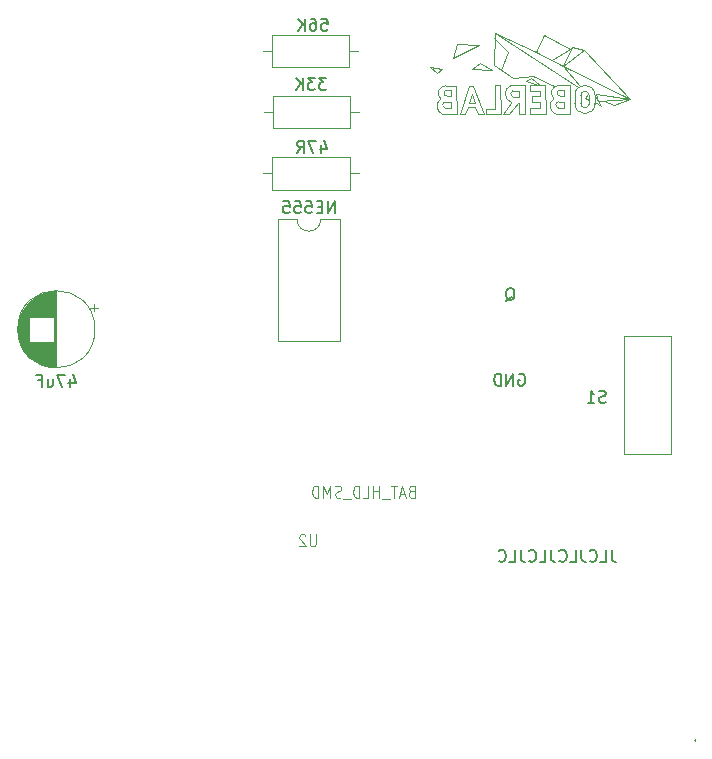
<source format=gbr>
%TF.GenerationSoftware,KiCad,Pcbnew,7.0.8*%
%TF.CreationDate,2024-05-08T14:15:31+02:00*%
%TF.ProjectId,PaperBot,50617065-7242-46f7-942e-6b696361645f,rev?*%
%TF.SameCoordinates,Original*%
%TF.FileFunction,Legend,Bot*%
%TF.FilePolarity,Positive*%
%FSLAX46Y46*%
G04 Gerber Fmt 4.6, Leading zero omitted, Abs format (unit mm)*
G04 Created by KiCad (PCBNEW 7.0.8) date 2024-05-08 14:15:31*
%MOMM*%
%LPD*%
G01*
G04 APERTURE LIST*
%ADD10C,0.150000*%
%ADD11C,0.050000*%
%ADD12C,0.120000*%
%ADD13C,0.010000*%
G04 APERTURE END LIST*
D10*
X152757506Y-90599819D02*
X152757506Y-91314104D01*
X152757506Y-91314104D02*
X152805125Y-91456961D01*
X152805125Y-91456961D02*
X152900363Y-91552200D01*
X152900363Y-91552200D02*
X153043220Y-91599819D01*
X153043220Y-91599819D02*
X153138458Y-91599819D01*
X151805125Y-91599819D02*
X152281315Y-91599819D01*
X152281315Y-91599819D02*
X152281315Y-90599819D01*
X150900363Y-91504580D02*
X150947982Y-91552200D01*
X150947982Y-91552200D02*
X151090839Y-91599819D01*
X151090839Y-91599819D02*
X151186077Y-91599819D01*
X151186077Y-91599819D02*
X151328934Y-91552200D01*
X151328934Y-91552200D02*
X151424172Y-91456961D01*
X151424172Y-91456961D02*
X151471791Y-91361723D01*
X151471791Y-91361723D02*
X151519410Y-91171247D01*
X151519410Y-91171247D02*
X151519410Y-91028390D01*
X151519410Y-91028390D02*
X151471791Y-90837914D01*
X151471791Y-90837914D02*
X151424172Y-90742676D01*
X151424172Y-90742676D02*
X151328934Y-90647438D01*
X151328934Y-90647438D02*
X151186077Y-90599819D01*
X151186077Y-90599819D02*
X151090839Y-90599819D01*
X151090839Y-90599819D02*
X150947982Y-90647438D01*
X150947982Y-90647438D02*
X150900363Y-90695057D01*
X150186077Y-90599819D02*
X150186077Y-91314104D01*
X150186077Y-91314104D02*
X150233696Y-91456961D01*
X150233696Y-91456961D02*
X150328934Y-91552200D01*
X150328934Y-91552200D02*
X150471791Y-91599819D01*
X150471791Y-91599819D02*
X150567029Y-91599819D01*
X149233696Y-91599819D02*
X149709886Y-91599819D01*
X149709886Y-91599819D02*
X149709886Y-90599819D01*
X148328934Y-91504580D02*
X148376553Y-91552200D01*
X148376553Y-91552200D02*
X148519410Y-91599819D01*
X148519410Y-91599819D02*
X148614648Y-91599819D01*
X148614648Y-91599819D02*
X148757505Y-91552200D01*
X148757505Y-91552200D02*
X148852743Y-91456961D01*
X148852743Y-91456961D02*
X148900362Y-91361723D01*
X148900362Y-91361723D02*
X148947981Y-91171247D01*
X148947981Y-91171247D02*
X148947981Y-91028390D01*
X148947981Y-91028390D02*
X148900362Y-90837914D01*
X148900362Y-90837914D02*
X148852743Y-90742676D01*
X148852743Y-90742676D02*
X148757505Y-90647438D01*
X148757505Y-90647438D02*
X148614648Y-90599819D01*
X148614648Y-90599819D02*
X148519410Y-90599819D01*
X148519410Y-90599819D02*
X148376553Y-90647438D01*
X148376553Y-90647438D02*
X148328934Y-90695057D01*
X147614648Y-90599819D02*
X147614648Y-91314104D01*
X147614648Y-91314104D02*
X147662267Y-91456961D01*
X147662267Y-91456961D02*
X147757505Y-91552200D01*
X147757505Y-91552200D02*
X147900362Y-91599819D01*
X147900362Y-91599819D02*
X147995600Y-91599819D01*
X146662267Y-91599819D02*
X147138457Y-91599819D01*
X147138457Y-91599819D02*
X147138457Y-90599819D01*
X145757505Y-91504580D02*
X145805124Y-91552200D01*
X145805124Y-91552200D02*
X145947981Y-91599819D01*
X145947981Y-91599819D02*
X146043219Y-91599819D01*
X146043219Y-91599819D02*
X146186076Y-91552200D01*
X146186076Y-91552200D02*
X146281314Y-91456961D01*
X146281314Y-91456961D02*
X146328933Y-91361723D01*
X146328933Y-91361723D02*
X146376552Y-91171247D01*
X146376552Y-91171247D02*
X146376552Y-91028390D01*
X146376552Y-91028390D02*
X146328933Y-90837914D01*
X146328933Y-90837914D02*
X146281314Y-90742676D01*
X146281314Y-90742676D02*
X146186076Y-90647438D01*
X146186076Y-90647438D02*
X146043219Y-90599819D01*
X146043219Y-90599819D02*
X145947981Y-90599819D01*
X145947981Y-90599819D02*
X145805124Y-90647438D01*
X145805124Y-90647438D02*
X145757505Y-90695057D01*
X145043219Y-90599819D02*
X145043219Y-91314104D01*
X145043219Y-91314104D02*
X145090838Y-91456961D01*
X145090838Y-91456961D02*
X145186076Y-91552200D01*
X145186076Y-91552200D02*
X145328933Y-91599819D01*
X145328933Y-91599819D02*
X145424171Y-91599819D01*
X144090838Y-91599819D02*
X144567028Y-91599819D01*
X144567028Y-91599819D02*
X144567028Y-90599819D01*
X143186076Y-91504580D02*
X143233695Y-91552200D01*
X143233695Y-91552200D02*
X143376552Y-91599819D01*
X143376552Y-91599819D02*
X143471790Y-91599819D01*
X143471790Y-91599819D02*
X143614647Y-91552200D01*
X143614647Y-91552200D02*
X143709885Y-91456961D01*
X143709885Y-91456961D02*
X143757504Y-91361723D01*
X143757504Y-91361723D02*
X143805123Y-91171247D01*
X143805123Y-91171247D02*
X143805123Y-91028390D01*
X143805123Y-91028390D02*
X143757504Y-90837914D01*
X143757504Y-90837914D02*
X143709885Y-90742676D01*
X143709885Y-90742676D02*
X143614647Y-90647438D01*
X143614647Y-90647438D02*
X143471790Y-90599819D01*
X143471790Y-90599819D02*
X143376552Y-90599819D01*
X143376552Y-90599819D02*
X143233695Y-90647438D01*
X143233695Y-90647438D02*
X143186076Y-90695057D01*
X106906666Y-76108152D02*
X106906666Y-76774819D01*
X107144761Y-75727200D02*
X107382856Y-76441485D01*
X107382856Y-76441485D02*
X106763809Y-76441485D01*
X106478094Y-75774819D02*
X105811428Y-75774819D01*
X105811428Y-75774819D02*
X106239999Y-76774819D01*
X105001904Y-76108152D02*
X105001904Y-76774819D01*
X105430475Y-76108152D02*
X105430475Y-76631961D01*
X105430475Y-76631961D02*
X105382856Y-76727200D01*
X105382856Y-76727200D02*
X105287618Y-76774819D01*
X105287618Y-76774819D02*
X105144761Y-76774819D01*
X105144761Y-76774819D02*
X105049523Y-76727200D01*
X105049523Y-76727200D02*
X105001904Y-76679580D01*
X104192380Y-76251009D02*
X104525713Y-76251009D01*
X104525713Y-76774819D02*
X104525713Y-75774819D01*
X104525713Y-75774819D02*
X104049523Y-75774819D01*
X144891904Y-75732438D02*
X144987142Y-75684819D01*
X144987142Y-75684819D02*
X145129999Y-75684819D01*
X145129999Y-75684819D02*
X145272856Y-75732438D01*
X145272856Y-75732438D02*
X145368094Y-75827676D01*
X145368094Y-75827676D02*
X145415713Y-75922914D01*
X145415713Y-75922914D02*
X145463332Y-76113390D01*
X145463332Y-76113390D02*
X145463332Y-76256247D01*
X145463332Y-76256247D02*
X145415713Y-76446723D01*
X145415713Y-76446723D02*
X145368094Y-76541961D01*
X145368094Y-76541961D02*
X145272856Y-76637200D01*
X145272856Y-76637200D02*
X145129999Y-76684819D01*
X145129999Y-76684819D02*
X145034761Y-76684819D01*
X145034761Y-76684819D02*
X144891904Y-76637200D01*
X144891904Y-76637200D02*
X144844285Y-76589580D01*
X144844285Y-76589580D02*
X144844285Y-76256247D01*
X144844285Y-76256247D02*
X145034761Y-76256247D01*
X144415713Y-76684819D02*
X144415713Y-75684819D01*
X144415713Y-75684819D02*
X143844285Y-76684819D01*
X143844285Y-76684819D02*
X143844285Y-75684819D01*
X143368094Y-76684819D02*
X143368094Y-75684819D01*
X143368094Y-75684819D02*
X143129999Y-75684819D01*
X143129999Y-75684819D02*
X142987142Y-75732438D01*
X142987142Y-75732438D02*
X142891904Y-75827676D01*
X142891904Y-75827676D02*
X142844285Y-75922914D01*
X142844285Y-75922914D02*
X142796666Y-76113390D01*
X142796666Y-76113390D02*
X142796666Y-76256247D01*
X142796666Y-76256247D02*
X142844285Y-76446723D01*
X142844285Y-76446723D02*
X142891904Y-76541961D01*
X142891904Y-76541961D02*
X142987142Y-76637200D01*
X142987142Y-76637200D02*
X143129999Y-76684819D01*
X143129999Y-76684819D02*
X143368094Y-76684819D01*
X143799047Y-69530057D02*
X143894285Y-69482438D01*
X143894285Y-69482438D02*
X143989523Y-69387200D01*
X143989523Y-69387200D02*
X144132380Y-69244342D01*
X144132380Y-69244342D02*
X144227618Y-69196723D01*
X144227618Y-69196723D02*
X144322856Y-69196723D01*
X144275237Y-69434819D02*
X144370475Y-69387200D01*
X144370475Y-69387200D02*
X144465713Y-69291961D01*
X144465713Y-69291961D02*
X144513332Y-69101485D01*
X144513332Y-69101485D02*
X144513332Y-68768152D01*
X144513332Y-68768152D02*
X144465713Y-68577676D01*
X144465713Y-68577676D02*
X144370475Y-68482438D01*
X144370475Y-68482438D02*
X144275237Y-68434819D01*
X144275237Y-68434819D02*
X144084761Y-68434819D01*
X144084761Y-68434819D02*
X143989523Y-68482438D01*
X143989523Y-68482438D02*
X143894285Y-68577676D01*
X143894285Y-68577676D02*
X143846666Y-68768152D01*
X143846666Y-68768152D02*
X143846666Y-69101485D01*
X143846666Y-69101485D02*
X143894285Y-69291961D01*
X143894285Y-69291961D02*
X143989523Y-69387200D01*
X143989523Y-69387200D02*
X144084761Y-69434819D01*
X144084761Y-69434819D02*
X144275237Y-69434819D01*
X129296666Y-62064819D02*
X129296666Y-61064819D01*
X129296666Y-61064819D02*
X128725238Y-62064819D01*
X128725238Y-62064819D02*
X128725238Y-61064819D01*
X128249047Y-61541009D02*
X127915714Y-61541009D01*
X127772857Y-62064819D02*
X128249047Y-62064819D01*
X128249047Y-62064819D02*
X128249047Y-61064819D01*
X128249047Y-61064819D02*
X127772857Y-61064819D01*
X126868095Y-61064819D02*
X127344285Y-61064819D01*
X127344285Y-61064819D02*
X127391904Y-61541009D01*
X127391904Y-61541009D02*
X127344285Y-61493390D01*
X127344285Y-61493390D02*
X127249047Y-61445771D01*
X127249047Y-61445771D02*
X127010952Y-61445771D01*
X127010952Y-61445771D02*
X126915714Y-61493390D01*
X126915714Y-61493390D02*
X126868095Y-61541009D01*
X126868095Y-61541009D02*
X126820476Y-61636247D01*
X126820476Y-61636247D02*
X126820476Y-61874342D01*
X126820476Y-61874342D02*
X126868095Y-61969580D01*
X126868095Y-61969580D02*
X126915714Y-62017200D01*
X126915714Y-62017200D02*
X127010952Y-62064819D01*
X127010952Y-62064819D02*
X127249047Y-62064819D01*
X127249047Y-62064819D02*
X127344285Y-62017200D01*
X127344285Y-62017200D02*
X127391904Y-61969580D01*
X125915714Y-61064819D02*
X126391904Y-61064819D01*
X126391904Y-61064819D02*
X126439523Y-61541009D01*
X126439523Y-61541009D02*
X126391904Y-61493390D01*
X126391904Y-61493390D02*
X126296666Y-61445771D01*
X126296666Y-61445771D02*
X126058571Y-61445771D01*
X126058571Y-61445771D02*
X125963333Y-61493390D01*
X125963333Y-61493390D02*
X125915714Y-61541009D01*
X125915714Y-61541009D02*
X125868095Y-61636247D01*
X125868095Y-61636247D02*
X125868095Y-61874342D01*
X125868095Y-61874342D02*
X125915714Y-61969580D01*
X125915714Y-61969580D02*
X125963333Y-62017200D01*
X125963333Y-62017200D02*
X126058571Y-62064819D01*
X126058571Y-62064819D02*
X126296666Y-62064819D01*
X126296666Y-62064819D02*
X126391904Y-62017200D01*
X126391904Y-62017200D02*
X126439523Y-61969580D01*
X124963333Y-61064819D02*
X125439523Y-61064819D01*
X125439523Y-61064819D02*
X125487142Y-61541009D01*
X125487142Y-61541009D02*
X125439523Y-61493390D01*
X125439523Y-61493390D02*
X125344285Y-61445771D01*
X125344285Y-61445771D02*
X125106190Y-61445771D01*
X125106190Y-61445771D02*
X125010952Y-61493390D01*
X125010952Y-61493390D02*
X124963333Y-61541009D01*
X124963333Y-61541009D02*
X124915714Y-61636247D01*
X124915714Y-61636247D02*
X124915714Y-61874342D01*
X124915714Y-61874342D02*
X124963333Y-61969580D01*
X124963333Y-61969580D02*
X125010952Y-62017200D01*
X125010952Y-62017200D02*
X125106190Y-62064819D01*
X125106190Y-62064819D02*
X125344285Y-62064819D01*
X125344285Y-62064819D02*
X125439523Y-62017200D01*
X125439523Y-62017200D02*
X125487142Y-61969580D01*
X152251904Y-78077200D02*
X152109047Y-78124819D01*
X152109047Y-78124819D02*
X151870952Y-78124819D01*
X151870952Y-78124819D02*
X151775714Y-78077200D01*
X151775714Y-78077200D02*
X151728095Y-78029580D01*
X151728095Y-78029580D02*
X151680476Y-77934342D01*
X151680476Y-77934342D02*
X151680476Y-77839104D01*
X151680476Y-77839104D02*
X151728095Y-77743866D01*
X151728095Y-77743866D02*
X151775714Y-77696247D01*
X151775714Y-77696247D02*
X151870952Y-77648628D01*
X151870952Y-77648628D02*
X152061428Y-77601009D01*
X152061428Y-77601009D02*
X152156666Y-77553390D01*
X152156666Y-77553390D02*
X152204285Y-77505771D01*
X152204285Y-77505771D02*
X152251904Y-77410533D01*
X152251904Y-77410533D02*
X152251904Y-77315295D01*
X152251904Y-77315295D02*
X152204285Y-77220057D01*
X152204285Y-77220057D02*
X152156666Y-77172438D01*
X152156666Y-77172438D02*
X152061428Y-77124819D01*
X152061428Y-77124819D02*
X151823333Y-77124819D01*
X151823333Y-77124819D02*
X151680476Y-77172438D01*
X150728095Y-78124819D02*
X151299523Y-78124819D01*
X151013809Y-78124819D02*
X151013809Y-77124819D01*
X151013809Y-77124819D02*
X151109047Y-77267676D01*
X151109047Y-77267676D02*
X151204285Y-77362914D01*
X151204285Y-77362914D02*
X151299523Y-77410533D01*
X128188095Y-45634819D02*
X128664285Y-45634819D01*
X128664285Y-45634819D02*
X128711904Y-46111009D01*
X128711904Y-46111009D02*
X128664285Y-46063390D01*
X128664285Y-46063390D02*
X128569047Y-46015771D01*
X128569047Y-46015771D02*
X128330952Y-46015771D01*
X128330952Y-46015771D02*
X128235714Y-46063390D01*
X128235714Y-46063390D02*
X128188095Y-46111009D01*
X128188095Y-46111009D02*
X128140476Y-46206247D01*
X128140476Y-46206247D02*
X128140476Y-46444342D01*
X128140476Y-46444342D02*
X128188095Y-46539580D01*
X128188095Y-46539580D02*
X128235714Y-46587200D01*
X128235714Y-46587200D02*
X128330952Y-46634819D01*
X128330952Y-46634819D02*
X128569047Y-46634819D01*
X128569047Y-46634819D02*
X128664285Y-46587200D01*
X128664285Y-46587200D02*
X128711904Y-46539580D01*
X127283333Y-45634819D02*
X127473809Y-45634819D01*
X127473809Y-45634819D02*
X127569047Y-45682438D01*
X127569047Y-45682438D02*
X127616666Y-45730057D01*
X127616666Y-45730057D02*
X127711904Y-45872914D01*
X127711904Y-45872914D02*
X127759523Y-46063390D01*
X127759523Y-46063390D02*
X127759523Y-46444342D01*
X127759523Y-46444342D02*
X127711904Y-46539580D01*
X127711904Y-46539580D02*
X127664285Y-46587200D01*
X127664285Y-46587200D02*
X127569047Y-46634819D01*
X127569047Y-46634819D02*
X127378571Y-46634819D01*
X127378571Y-46634819D02*
X127283333Y-46587200D01*
X127283333Y-46587200D02*
X127235714Y-46539580D01*
X127235714Y-46539580D02*
X127188095Y-46444342D01*
X127188095Y-46444342D02*
X127188095Y-46206247D01*
X127188095Y-46206247D02*
X127235714Y-46111009D01*
X127235714Y-46111009D02*
X127283333Y-46063390D01*
X127283333Y-46063390D02*
X127378571Y-46015771D01*
X127378571Y-46015771D02*
X127569047Y-46015771D01*
X127569047Y-46015771D02*
X127664285Y-46063390D01*
X127664285Y-46063390D02*
X127711904Y-46111009D01*
X127711904Y-46111009D02*
X127759523Y-46206247D01*
X126759523Y-46634819D02*
X126759523Y-45634819D01*
X126188095Y-46634819D02*
X126616666Y-46063390D01*
X126188095Y-45634819D02*
X126759523Y-46206247D01*
D11*
X127715714Y-89290019D02*
X127715714Y-90099542D01*
X127715714Y-90099542D02*
X127672857Y-90194780D01*
X127672857Y-90194780D02*
X127630000Y-90242400D01*
X127630000Y-90242400D02*
X127544285Y-90290019D01*
X127544285Y-90290019D02*
X127372857Y-90290019D01*
X127372857Y-90290019D02*
X127287142Y-90242400D01*
X127287142Y-90242400D02*
X127244285Y-90194780D01*
X127244285Y-90194780D02*
X127201428Y-90099542D01*
X127201428Y-90099542D02*
X127201428Y-89290019D01*
X126815714Y-89385257D02*
X126772857Y-89337638D01*
X126772857Y-89337638D02*
X126687143Y-89290019D01*
X126687143Y-89290019D02*
X126472857Y-89290019D01*
X126472857Y-89290019D02*
X126387143Y-89337638D01*
X126387143Y-89337638D02*
X126344285Y-89385257D01*
X126344285Y-89385257D02*
X126301428Y-89480495D01*
X126301428Y-89480495D02*
X126301428Y-89575733D01*
X126301428Y-89575733D02*
X126344285Y-89718590D01*
X126344285Y-89718590D02*
X126858571Y-90290019D01*
X126858571Y-90290019D02*
X126301428Y-90290019D01*
X135808570Y-85646209D02*
X135679998Y-85693828D01*
X135679998Y-85693828D02*
X135637141Y-85741447D01*
X135637141Y-85741447D02*
X135594284Y-85836685D01*
X135594284Y-85836685D02*
X135594284Y-85979542D01*
X135594284Y-85979542D02*
X135637141Y-86074780D01*
X135637141Y-86074780D02*
X135679998Y-86122400D01*
X135679998Y-86122400D02*
X135765713Y-86170019D01*
X135765713Y-86170019D02*
X136108570Y-86170019D01*
X136108570Y-86170019D02*
X136108570Y-85170019D01*
X136108570Y-85170019D02*
X135808570Y-85170019D01*
X135808570Y-85170019D02*
X135722856Y-85217638D01*
X135722856Y-85217638D02*
X135679998Y-85265257D01*
X135679998Y-85265257D02*
X135637141Y-85360495D01*
X135637141Y-85360495D02*
X135637141Y-85455733D01*
X135637141Y-85455733D02*
X135679998Y-85550971D01*
X135679998Y-85550971D02*
X135722856Y-85598590D01*
X135722856Y-85598590D02*
X135808570Y-85646209D01*
X135808570Y-85646209D02*
X136108570Y-85646209D01*
X135251427Y-85884304D02*
X134822856Y-85884304D01*
X135337141Y-86170019D02*
X135037141Y-85170019D01*
X135037141Y-85170019D02*
X134737141Y-86170019D01*
X134565712Y-85170019D02*
X134051427Y-85170019D01*
X134308569Y-86170019D02*
X134308569Y-85170019D01*
X133965713Y-86265257D02*
X133279998Y-86265257D01*
X133065713Y-86170019D02*
X133065713Y-85170019D01*
X133065713Y-85646209D02*
X132551427Y-85646209D01*
X132551427Y-86170019D02*
X132551427Y-85170019D01*
X131694284Y-86170019D02*
X132122856Y-86170019D01*
X132122856Y-86170019D02*
X132122856Y-85170019D01*
X131394285Y-86170019D02*
X131394285Y-85170019D01*
X131394285Y-85170019D02*
X131179999Y-85170019D01*
X131179999Y-85170019D02*
X131051428Y-85217638D01*
X131051428Y-85217638D02*
X130965713Y-85312876D01*
X130965713Y-85312876D02*
X130922856Y-85408114D01*
X130922856Y-85408114D02*
X130879999Y-85598590D01*
X130879999Y-85598590D02*
X130879999Y-85741447D01*
X130879999Y-85741447D02*
X130922856Y-85931923D01*
X130922856Y-85931923D02*
X130965713Y-86027161D01*
X130965713Y-86027161D02*
X131051428Y-86122400D01*
X131051428Y-86122400D02*
X131179999Y-86170019D01*
X131179999Y-86170019D02*
X131394285Y-86170019D01*
X130708571Y-86265257D02*
X130022856Y-86265257D01*
X129851428Y-86122400D02*
X129722857Y-86170019D01*
X129722857Y-86170019D02*
X129508571Y-86170019D01*
X129508571Y-86170019D02*
X129422857Y-86122400D01*
X129422857Y-86122400D02*
X129379999Y-86074780D01*
X129379999Y-86074780D02*
X129337142Y-85979542D01*
X129337142Y-85979542D02*
X129337142Y-85884304D01*
X129337142Y-85884304D02*
X129379999Y-85789066D01*
X129379999Y-85789066D02*
X129422857Y-85741447D01*
X129422857Y-85741447D02*
X129508571Y-85693828D01*
X129508571Y-85693828D02*
X129679999Y-85646209D01*
X129679999Y-85646209D02*
X129765714Y-85598590D01*
X129765714Y-85598590D02*
X129808571Y-85550971D01*
X129808571Y-85550971D02*
X129851428Y-85455733D01*
X129851428Y-85455733D02*
X129851428Y-85360495D01*
X129851428Y-85360495D02*
X129808571Y-85265257D01*
X129808571Y-85265257D02*
X129765714Y-85217638D01*
X129765714Y-85217638D02*
X129679999Y-85170019D01*
X129679999Y-85170019D02*
X129465714Y-85170019D01*
X129465714Y-85170019D02*
X129337142Y-85217638D01*
X128951428Y-86170019D02*
X128951428Y-85170019D01*
X128951428Y-85170019D02*
X128651428Y-85884304D01*
X128651428Y-85884304D02*
X128351428Y-85170019D01*
X128351428Y-85170019D02*
X128351428Y-86170019D01*
X127922857Y-86170019D02*
X127922857Y-85170019D01*
X127922857Y-85170019D02*
X127708571Y-85170019D01*
X127708571Y-85170019D02*
X127580000Y-85217638D01*
X127580000Y-85217638D02*
X127494285Y-85312876D01*
X127494285Y-85312876D02*
X127451428Y-85408114D01*
X127451428Y-85408114D02*
X127408571Y-85598590D01*
X127408571Y-85598590D02*
X127408571Y-85741447D01*
X127408571Y-85741447D02*
X127451428Y-85931923D01*
X127451428Y-85931923D02*
X127494285Y-86027161D01*
X127494285Y-86027161D02*
X127580000Y-86122400D01*
X127580000Y-86122400D02*
X127708571Y-86170019D01*
X127708571Y-86170019D02*
X127922857Y-86170019D01*
D10*
X128609523Y-50644819D02*
X127990476Y-50644819D01*
X127990476Y-50644819D02*
X128323809Y-51025771D01*
X128323809Y-51025771D02*
X128180952Y-51025771D01*
X128180952Y-51025771D02*
X128085714Y-51073390D01*
X128085714Y-51073390D02*
X128038095Y-51121009D01*
X128038095Y-51121009D02*
X127990476Y-51216247D01*
X127990476Y-51216247D02*
X127990476Y-51454342D01*
X127990476Y-51454342D02*
X128038095Y-51549580D01*
X128038095Y-51549580D02*
X128085714Y-51597200D01*
X128085714Y-51597200D02*
X128180952Y-51644819D01*
X128180952Y-51644819D02*
X128466666Y-51644819D01*
X128466666Y-51644819D02*
X128561904Y-51597200D01*
X128561904Y-51597200D02*
X128609523Y-51549580D01*
X127657142Y-50644819D02*
X127038095Y-50644819D01*
X127038095Y-50644819D02*
X127371428Y-51025771D01*
X127371428Y-51025771D02*
X127228571Y-51025771D01*
X127228571Y-51025771D02*
X127133333Y-51073390D01*
X127133333Y-51073390D02*
X127085714Y-51121009D01*
X127085714Y-51121009D02*
X127038095Y-51216247D01*
X127038095Y-51216247D02*
X127038095Y-51454342D01*
X127038095Y-51454342D02*
X127085714Y-51549580D01*
X127085714Y-51549580D02*
X127133333Y-51597200D01*
X127133333Y-51597200D02*
X127228571Y-51644819D01*
X127228571Y-51644819D02*
X127514285Y-51644819D01*
X127514285Y-51644819D02*
X127609523Y-51597200D01*
X127609523Y-51597200D02*
X127657142Y-51549580D01*
X126609523Y-51644819D02*
X126609523Y-50644819D01*
X126038095Y-51644819D02*
X126466666Y-51073390D01*
X126038095Y-50644819D02*
X126609523Y-51216247D01*
X128175714Y-56288152D02*
X128175714Y-56954819D01*
X128413809Y-55907200D02*
X128651904Y-56621485D01*
X128651904Y-56621485D02*
X128032857Y-56621485D01*
X127747142Y-55954819D02*
X127080476Y-55954819D01*
X127080476Y-55954819D02*
X127509047Y-56954819D01*
X126128095Y-56954819D02*
X126461428Y-56478628D01*
X126699523Y-56954819D02*
X126699523Y-55954819D01*
X126699523Y-55954819D02*
X126318571Y-55954819D01*
X126318571Y-55954819D02*
X126223333Y-56002438D01*
X126223333Y-56002438D02*
X126175714Y-56050057D01*
X126175714Y-56050057D02*
X126128095Y-56145295D01*
X126128095Y-56145295D02*
X126128095Y-56288152D01*
X126128095Y-56288152D02*
X126175714Y-56383390D01*
X126175714Y-56383390D02*
X126223333Y-56431009D01*
X126223333Y-56431009D02*
X126318571Y-56478628D01*
X126318571Y-56478628D02*
X126699523Y-56478628D01*
D11*
%TO.C,G\u002A\u002A\u002A*%
X137395000Y-49710000D02*
X137970000Y-50185000D01*
X137970000Y-50185000D02*
X138395000Y-49860000D01*
X138395000Y-49860000D02*
X137395000Y-49710000D01*
D12*
X138720000Y-51298605D02*
X139620000Y-51285000D01*
X139119999Y-52680050D02*
X138719999Y-52680050D01*
X139120000Y-51685000D02*
X138870000Y-51685000D01*
X139120000Y-51735000D02*
X139120000Y-52185000D01*
X139120000Y-52185000D02*
X138820000Y-52185000D01*
X139120000Y-52685000D02*
X139120000Y-53185000D01*
X139120000Y-53185000D02*
X138670000Y-53185000D01*
D11*
X139345000Y-48985000D02*
X139695000Y-47810000D01*
D12*
X139620000Y-51285000D02*
X139670000Y-53735000D01*
X139670000Y-53735000D02*
X138470000Y-53735000D01*
D11*
X139695000Y-47810000D02*
X141495000Y-47860000D01*
D12*
X139945000Y-53735000D02*
X140720000Y-51285000D01*
X140345000Y-53735000D02*
X139945000Y-53735000D01*
X140595000Y-53135000D02*
X140345000Y-53735000D01*
X140670000Y-52735000D02*
X140895000Y-51985000D01*
X140720000Y-51285000D02*
X141045000Y-51285000D01*
X140895000Y-51985000D02*
X141170000Y-52735000D01*
D11*
X140920000Y-49910000D02*
X142595000Y-50010000D01*
D12*
X141045000Y-51285000D02*
X141945000Y-53735000D01*
X141170000Y-52735000D02*
X140670000Y-52735000D01*
X141195000Y-53135000D02*
X140595000Y-53135000D01*
X141445000Y-53735000D02*
X141195000Y-53135000D01*
X141445000Y-53735000D02*
X141945000Y-53735000D01*
D11*
X141495000Y-47860000D02*
X139345000Y-48985000D01*
X141620000Y-49335000D02*
X140920000Y-49910000D01*
D12*
X142120000Y-53260000D02*
X142120000Y-53710000D01*
X142120000Y-53710000D02*
X143370000Y-53710000D01*
D11*
X142620000Y-50010000D02*
X141620000Y-49335000D01*
X142770000Y-49560000D02*
X144395000Y-50685000D01*
X142820000Y-47235000D02*
X143945000Y-48460000D01*
X142845000Y-46835000D02*
X142770000Y-49560000D01*
D12*
X142870000Y-53260000D02*
X142120000Y-53260000D01*
X142895000Y-51260000D02*
X142870000Y-53260000D01*
X143345000Y-51260000D02*
X142895000Y-51260000D01*
X143370000Y-53710000D02*
X143345000Y-51260000D01*
X143545000Y-53710000D02*
X144245000Y-52760000D01*
X143645000Y-53710000D02*
X143545000Y-53710000D01*
D11*
X143945000Y-48460000D02*
X143370000Y-49960000D01*
D12*
X144045000Y-53710000D02*
X143645000Y-53710000D01*
X144286269Y-51254594D02*
X145395000Y-51260000D01*
D11*
X144395000Y-50685000D02*
X146070000Y-50460000D01*
D12*
X144445000Y-51710000D02*
X144895000Y-51710000D01*
X144795000Y-52760000D02*
X144045000Y-53710000D01*
X144895000Y-51710000D02*
X144895000Y-52260000D01*
X144895000Y-52260000D02*
X144395000Y-52260000D01*
X144945000Y-52760000D02*
X144795000Y-52760000D01*
X144945000Y-53710000D02*
X144945000Y-52760000D01*
X145395000Y-51260000D02*
X145395000Y-53710000D01*
X145395000Y-53710000D02*
X144945000Y-53710000D01*
D11*
X145545000Y-50910000D02*
X146520000Y-51260000D01*
D12*
X145845000Y-51260000D02*
X147145000Y-51260000D01*
X145845000Y-51760000D02*
X145845000Y-51260000D01*
X145845000Y-53210000D02*
X146695000Y-53210000D01*
X145845000Y-53710000D02*
X145845000Y-53210000D01*
D11*
X145945000Y-50635000D02*
X145545000Y-50910000D01*
D12*
X146045000Y-52210000D02*
X146695000Y-52210000D01*
X146045000Y-52660000D02*
X146045000Y-52210000D01*
D11*
X146070000Y-50460000D02*
X147895000Y-51360000D01*
X146320000Y-48460000D02*
X142845000Y-46835000D01*
X146320000Y-48460000D02*
X148645000Y-49610000D01*
D12*
X146695000Y-51760000D02*
X145845000Y-51760000D01*
X146695000Y-52210000D02*
X146695000Y-51760000D01*
X146695000Y-52660000D02*
X146045000Y-52660000D01*
X146695000Y-53210000D02*
X146695000Y-52660000D01*
D11*
X146720000Y-51235000D02*
X145945000Y-50635000D01*
X147070000Y-47035000D02*
X146320000Y-48460000D01*
X147070000Y-47035000D02*
X149270000Y-48210000D01*
D12*
X147095000Y-53710000D02*
X145845000Y-53710000D01*
X147145000Y-51260000D02*
X147195000Y-53710000D01*
X147195000Y-53710000D02*
X147095000Y-53710000D01*
X148295000Y-51273605D02*
X149195000Y-51260000D01*
D11*
X148645000Y-49610000D02*
X150120000Y-51335000D01*
X148645000Y-49610000D02*
X154295000Y-52460000D01*
D12*
X148694999Y-52655050D02*
X148294999Y-52655050D01*
X148695000Y-51660000D02*
X148445000Y-51660000D01*
X148695000Y-51710000D02*
X148695000Y-52160000D01*
X148695000Y-52160000D02*
X148395000Y-52160000D01*
X148695000Y-52660000D02*
X148695000Y-53160000D01*
X148695000Y-53160000D02*
X148245000Y-53160000D01*
X149195000Y-51260000D02*
X149245000Y-53710000D01*
X149245000Y-53710000D02*
X148045000Y-53710000D01*
D11*
X149270000Y-48210000D02*
X147695000Y-49110000D01*
X149370000Y-48035000D02*
X148645000Y-49610000D01*
D12*
X149645000Y-52110000D02*
X149645000Y-52810000D01*
D11*
X149945000Y-51435000D02*
X142845000Y-46835000D01*
D12*
X150145000Y-52110000D02*
X150145000Y-52760000D01*
D11*
X150395000Y-48285000D02*
X148645000Y-49610000D01*
X150395000Y-48285000D02*
X149370000Y-48035000D01*
X150470000Y-52360000D02*
X150845000Y-52535000D01*
X150795000Y-51960000D02*
X150470000Y-52360000D01*
D12*
X150845000Y-52110000D02*
X150845000Y-52810000D01*
D11*
X151345000Y-52710000D02*
X151895000Y-52985000D01*
D12*
X151345000Y-52810000D02*
X151345000Y-52110000D01*
D11*
X151395000Y-51985000D02*
X151620000Y-52610000D01*
X151620000Y-52610000D02*
X154295000Y-52460000D01*
X151895000Y-52985000D02*
X151320000Y-52185000D01*
X152970000Y-52935000D02*
X152145000Y-52585000D01*
X154295000Y-52460000D02*
X150395000Y-48285000D01*
X154295000Y-52460000D02*
X151395000Y-51985000D01*
X154295000Y-52460000D02*
X152970000Y-52935000D01*
D12*
X138720000Y-51298606D02*
G75*
G03*
X138270001Y-52384999I0J-636394D01*
G01*
X138293744Y-52426064D02*
G75*
G03*
X138470001Y-53734998I426255J-608936D01*
G01*
X138719999Y-52680051D02*
G75*
G03*
X138670001Y-53184998I1J-254949D01*
G01*
X138880634Y-51692464D02*
G75*
G03*
X138820000Y-52185000I-60634J-242536D01*
G01*
X144286269Y-51254595D02*
G75*
G03*
X144270001Y-52709998I233731J-730405D01*
G01*
X144395001Y-51710002D02*
G75*
G03*
X144395001Y-52259998I124999J-274998D01*
G01*
X148295000Y-51273606D02*
G75*
G03*
X147845001Y-52359999I0J-636394D01*
G01*
X147868744Y-52401064D02*
G75*
G03*
X148045001Y-53709998I426255J-608936D01*
G01*
X148294999Y-52655051D02*
G75*
G03*
X148245001Y-53159998I1J-254949D01*
G01*
X148455634Y-51667464D02*
G75*
G03*
X148395000Y-52160000I-60634J-242536D01*
G01*
X151345000Y-52110000D02*
G75*
G03*
X149645000Y-52110000I-850000J0D01*
G01*
X150845000Y-52110000D02*
G75*
G03*
X150145000Y-52110000I-350000J0D01*
G01*
X150145000Y-52810000D02*
G75*
G03*
X150845000Y-52810000I350000J0D01*
G01*
X149645000Y-52810000D02*
G75*
G03*
X151345000Y-52810000I850000J0D01*
G01*
D13*
X159842361Y-106705226D02*
X159778542Y-106769045D01*
X159714723Y-106705226D01*
X159778542Y-106641407D01*
X159842361Y-106705226D01*
G36*
X159842361Y-106705226D02*
G01*
X159778542Y-106769045D01*
X159714723Y-106705226D01*
X159778542Y-106641407D01*
X159842361Y-106705226D01*
G37*
D12*
%TO.C,C1*%
X109240241Y-70081000D02*
X108610241Y-70081000D01*
X108925241Y-69766000D02*
X108925241Y-70396000D01*
X105740000Y-68690000D02*
X105740000Y-75150000D01*
X105700000Y-68690000D02*
X105700000Y-75150000D01*
X105660000Y-68690000D02*
X105660000Y-75150000D01*
X105620000Y-68692000D02*
X105620000Y-75148000D01*
X105580000Y-68693000D02*
X105580000Y-75147000D01*
X105540000Y-68696000D02*
X105540000Y-75144000D01*
X105500000Y-72960000D02*
X105500000Y-75142000D01*
X105500000Y-68698000D02*
X105500000Y-70880000D01*
X105460000Y-72960000D02*
X105460000Y-75138000D01*
X105460000Y-68702000D02*
X105460000Y-70880000D01*
X105420000Y-72960000D02*
X105420000Y-75135000D01*
X105420000Y-68705000D02*
X105420000Y-70880000D01*
X105380000Y-72960000D02*
X105380000Y-75131000D01*
X105380000Y-68709000D02*
X105380000Y-70880000D01*
X105340000Y-72960000D02*
X105340000Y-75126000D01*
X105340000Y-68714000D02*
X105340000Y-70880000D01*
X105300000Y-72960000D02*
X105300000Y-75121000D01*
X105300000Y-68719000D02*
X105300000Y-70880000D01*
X105260000Y-72960000D02*
X105260000Y-75115000D01*
X105260000Y-68725000D02*
X105260000Y-70880000D01*
X105220000Y-72960000D02*
X105220000Y-75109000D01*
X105220000Y-68731000D02*
X105220000Y-70880000D01*
X105180000Y-72960000D02*
X105180000Y-75102000D01*
X105180000Y-68738000D02*
X105180000Y-70880000D01*
X105140000Y-72960000D02*
X105140000Y-75095000D01*
X105140000Y-68745000D02*
X105140000Y-70880000D01*
X105100000Y-72960000D02*
X105100000Y-75087000D01*
X105100000Y-68753000D02*
X105100000Y-70880000D01*
X105060000Y-72960000D02*
X105060000Y-75079000D01*
X105060000Y-68761000D02*
X105060000Y-70880000D01*
X105019000Y-72960000D02*
X105019000Y-75070000D01*
X105019000Y-68770000D02*
X105019000Y-70880000D01*
X104979000Y-72960000D02*
X104979000Y-75061000D01*
X104979000Y-68779000D02*
X104979000Y-70880000D01*
X104939000Y-72960000D02*
X104939000Y-75051000D01*
X104939000Y-68789000D02*
X104939000Y-70880000D01*
X104899000Y-72960000D02*
X104899000Y-75041000D01*
X104899000Y-68799000D02*
X104899000Y-70880000D01*
X104859000Y-72960000D02*
X104859000Y-75030000D01*
X104859000Y-68810000D02*
X104859000Y-70880000D01*
X104819000Y-72960000D02*
X104819000Y-75018000D01*
X104819000Y-68822000D02*
X104819000Y-70880000D01*
X104779000Y-72960000D02*
X104779000Y-75006000D01*
X104779000Y-68834000D02*
X104779000Y-70880000D01*
X104739000Y-72960000D02*
X104739000Y-74994000D01*
X104739000Y-68846000D02*
X104739000Y-70880000D01*
X104699000Y-72960000D02*
X104699000Y-74981000D01*
X104699000Y-68859000D02*
X104699000Y-70880000D01*
X104659000Y-72960000D02*
X104659000Y-74967000D01*
X104659000Y-68873000D02*
X104659000Y-70880000D01*
X104619000Y-72960000D02*
X104619000Y-74953000D01*
X104619000Y-68887000D02*
X104619000Y-70880000D01*
X104579000Y-72960000D02*
X104579000Y-74938000D01*
X104579000Y-68902000D02*
X104579000Y-70880000D01*
X104539000Y-72960000D02*
X104539000Y-74922000D01*
X104539000Y-68918000D02*
X104539000Y-70880000D01*
X104499000Y-72960000D02*
X104499000Y-74906000D01*
X104499000Y-68934000D02*
X104499000Y-70880000D01*
X104459000Y-72960000D02*
X104459000Y-74890000D01*
X104459000Y-68950000D02*
X104459000Y-70880000D01*
X104419000Y-72960000D02*
X104419000Y-74872000D01*
X104419000Y-68968000D02*
X104419000Y-70880000D01*
X104379000Y-72960000D02*
X104379000Y-74854000D01*
X104379000Y-68986000D02*
X104379000Y-70880000D01*
X104339000Y-72960000D02*
X104339000Y-74836000D01*
X104339000Y-69004000D02*
X104339000Y-70880000D01*
X104299000Y-72960000D02*
X104299000Y-74816000D01*
X104299000Y-69024000D02*
X104299000Y-70880000D01*
X104259000Y-72960000D02*
X104259000Y-74796000D01*
X104259000Y-69044000D02*
X104259000Y-70880000D01*
X104219000Y-72960000D02*
X104219000Y-74776000D01*
X104219000Y-69064000D02*
X104219000Y-70880000D01*
X104179000Y-72960000D02*
X104179000Y-74754000D01*
X104179000Y-69086000D02*
X104179000Y-70880000D01*
X104139000Y-72960000D02*
X104139000Y-74732000D01*
X104139000Y-69108000D02*
X104139000Y-70880000D01*
X104099000Y-72960000D02*
X104099000Y-74710000D01*
X104099000Y-69130000D02*
X104099000Y-70880000D01*
X104059000Y-72960000D02*
X104059000Y-74686000D01*
X104059000Y-69154000D02*
X104059000Y-70880000D01*
X104019000Y-72960000D02*
X104019000Y-74662000D01*
X104019000Y-69178000D02*
X104019000Y-70880000D01*
X103979000Y-72960000D02*
X103979000Y-74636000D01*
X103979000Y-69204000D02*
X103979000Y-70880000D01*
X103939000Y-72960000D02*
X103939000Y-74610000D01*
X103939000Y-69230000D02*
X103939000Y-70880000D01*
X103899000Y-72960000D02*
X103899000Y-74584000D01*
X103899000Y-69256000D02*
X103899000Y-70880000D01*
X103859000Y-72960000D02*
X103859000Y-74556000D01*
X103859000Y-69284000D02*
X103859000Y-70880000D01*
X103819000Y-72960000D02*
X103819000Y-74527000D01*
X103819000Y-69313000D02*
X103819000Y-70880000D01*
X103779000Y-72960000D02*
X103779000Y-74498000D01*
X103779000Y-69342000D02*
X103779000Y-70880000D01*
X103739000Y-72960000D02*
X103739000Y-74468000D01*
X103739000Y-69372000D02*
X103739000Y-70880000D01*
X103699000Y-72960000D02*
X103699000Y-74436000D01*
X103699000Y-69404000D02*
X103699000Y-70880000D01*
X103659000Y-72960000D02*
X103659000Y-74404000D01*
X103659000Y-69436000D02*
X103659000Y-70880000D01*
X103619000Y-72960000D02*
X103619000Y-74370000D01*
X103619000Y-69470000D02*
X103619000Y-70880000D01*
X103579000Y-72960000D02*
X103579000Y-74336000D01*
X103579000Y-69504000D02*
X103579000Y-70880000D01*
X103539000Y-72960000D02*
X103539000Y-74300000D01*
X103539000Y-69540000D02*
X103539000Y-70880000D01*
X103499000Y-72960000D02*
X103499000Y-74263000D01*
X103499000Y-69577000D02*
X103499000Y-70880000D01*
X103459000Y-72960000D02*
X103459000Y-74225000D01*
X103459000Y-69615000D02*
X103459000Y-70880000D01*
X103419000Y-69655000D02*
X103419000Y-74185000D01*
X103379000Y-69696000D02*
X103379000Y-74144000D01*
X103339000Y-69738000D02*
X103339000Y-74102000D01*
X103299000Y-69783000D02*
X103299000Y-74057000D01*
X103259000Y-69828000D02*
X103259000Y-74012000D01*
X103219000Y-69876000D02*
X103219000Y-73964000D01*
X103179000Y-69925000D02*
X103179000Y-73915000D01*
X103139000Y-69976000D02*
X103139000Y-73864000D01*
X103099000Y-70030000D02*
X103099000Y-73810000D01*
X103059000Y-70086000D02*
X103059000Y-73754000D01*
X103019000Y-70144000D02*
X103019000Y-73696000D01*
X102979000Y-70206000D02*
X102979000Y-73634000D01*
X102939000Y-70270000D02*
X102939000Y-73570000D01*
X102899000Y-70339000D02*
X102899000Y-73501000D01*
X102859000Y-70411000D02*
X102859000Y-73429000D01*
X102819000Y-70488000D02*
X102819000Y-73352000D01*
X102779000Y-70570000D02*
X102779000Y-73270000D01*
X102739000Y-70658000D02*
X102739000Y-73182000D01*
X102699000Y-70755000D02*
X102699000Y-73085000D01*
X102659000Y-70861000D02*
X102659000Y-72979000D01*
X102619000Y-70980000D02*
X102619000Y-72860000D01*
X102579000Y-71118000D02*
X102579000Y-72722000D01*
X102539000Y-71287000D02*
X102539000Y-72553000D01*
X102499000Y-71518000D02*
X102499000Y-72322000D01*
X109010000Y-71920000D02*
G75*
G03*
X109010000Y-71920000I-3270000J0D01*
G01*
%TO.C,NE555*%
X129780000Y-72890000D02*
X124480000Y-72890000D01*
X129780000Y-62610000D02*
X129780000Y-72890000D01*
X128130000Y-62610000D02*
X129780000Y-62610000D01*
X124480000Y-72890000D02*
X124480000Y-62610000D01*
X124480000Y-62610000D02*
X126130000Y-62610000D01*
X126130000Y-62610000D02*
G75*
G03*
X128130000Y-62610000I1000000J0D01*
G01*
%TO.C,S1*%
X153809600Y-82447600D02*
X157746600Y-82473000D01*
X157746600Y-82447600D02*
X157746600Y-72490800D01*
X153809600Y-72490800D02*
X153809600Y-82447600D01*
X157746600Y-72490800D02*
X153809600Y-72490800D01*
%TO.C,R1*%
X131280000Y-48380000D02*
X130510000Y-48380000D01*
X130510000Y-49750000D02*
X123970000Y-49750000D01*
X130510000Y-47010000D02*
X130510000Y-49750000D01*
X123970000Y-49750000D02*
X123970000Y-47010000D01*
X123970000Y-47010000D02*
X130510000Y-47010000D01*
X123200000Y-48380000D02*
X123970000Y-48380000D01*
%TO.C,R2*%
X131390000Y-53550000D02*
X130620000Y-53550000D01*
X130620000Y-54920000D02*
X124080000Y-54920000D01*
X130620000Y-52180000D02*
X130620000Y-54920000D01*
X124080000Y-54920000D02*
X124080000Y-52180000D01*
X124080000Y-52180000D02*
X130620000Y-52180000D01*
X123310000Y-53550000D02*
X124080000Y-53550000D01*
%TO.C,R3*%
X131340000Y-58720000D02*
X130570000Y-58720000D01*
X130570000Y-60090000D02*
X124030000Y-60090000D01*
X130570000Y-57350000D02*
X130570000Y-60090000D01*
X124030000Y-60090000D02*
X124030000Y-57350000D01*
X124030000Y-57350000D02*
X130570000Y-57350000D01*
X123260000Y-58720000D02*
X124030000Y-58720000D01*
%TD*%
M02*

</source>
